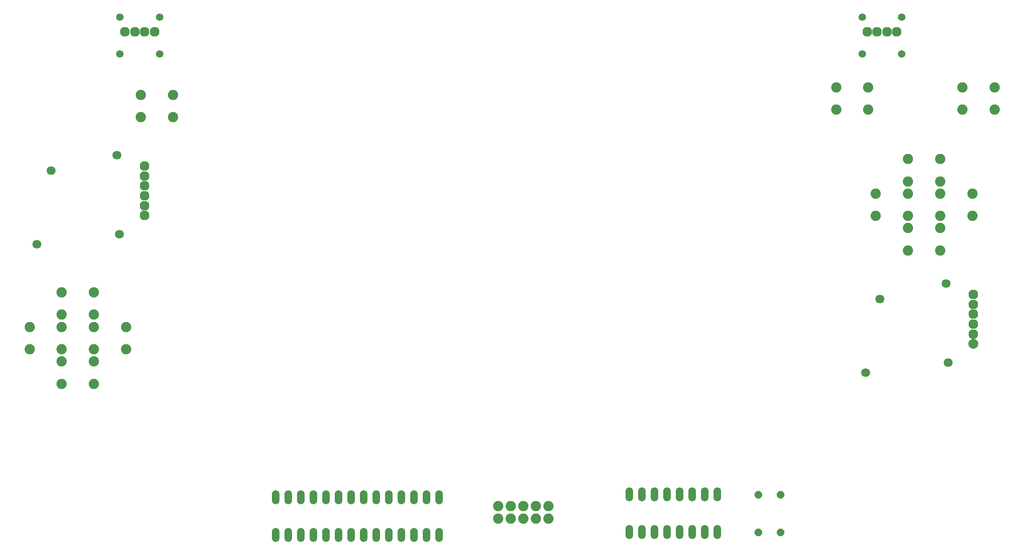
<source format=gts>
G04 #@! TF.GenerationSoftware,KiCad,Pcbnew,8.0.8*
G04 #@! TF.CreationDate,2025-02-09T13:36:47-06:00*
G04 #@! TF.ProjectId,gamepad,67616d65-7061-4642-9e6b-696361645f70,3*
G04 #@! TF.SameCoordinates,Original*
G04 #@! TF.FileFunction,Soldermask,Top*
G04 #@! TF.FilePolarity,Negative*
%FSLAX46Y46*%
G04 Gerber Fmt 4.6, Leading zero omitted, Abs format (unit mm)*
G04 Created by KiCad (PCBNEW 8.0.8) date 2025-02-09 13:36:47*
%MOMM*%
%LPD*%
G01*
G04 APERTURE LIST*
G04 Aperture macros list*
%AMFreePoly0*
4,1,25,0.333266,0.742596,0.345389,0.732242,0.732242,0.345389,0.760749,0.289441,0.762000,0.273547,0.762000,-0.273547,0.742596,-0.333266,0.732242,-0.345389,0.345389,-0.732242,0.289441,-0.760749,0.273547,-0.762000,-0.273547,-0.762000,-0.333266,-0.742596,-0.345389,-0.732242,-0.732242,-0.345389,-0.760749,-0.289441,-0.762000,-0.273547,-0.762000,0.273547,-0.742596,0.333266,-0.732242,0.345389,
-0.345389,0.732242,-0.289441,0.760749,-0.273547,0.762000,0.273547,0.762000,0.333266,0.742596,0.333266,0.742596,$1*%
G04 Aperture macros list end*
%ADD10C,2.082800*%
%ADD11C,2.003200*%
%ADD12C,1.960000*%
%ADD13C,1.800000*%
%ADD14O,1.524000X2.844800*%
%ADD15FreePoly0,270.000000*%
%ADD16C,1.500000*%
G04 APERTURE END LIST*
D10*
X215248800Y-64239400D03*
X221751200Y-64239400D03*
X215248800Y-68760600D03*
X221751200Y-68760600D03*
X74748800Y-65739400D03*
X81251200Y-65739400D03*
X74748800Y-70260600D03*
X81251200Y-70260600D03*
X240748800Y-64239400D03*
X247251200Y-64239400D03*
X240748800Y-68760600D03*
X247251200Y-68760600D03*
X229748800Y-78739400D03*
X236251200Y-78739400D03*
X229748800Y-83260600D03*
X236251200Y-83260600D03*
X65251200Y-110260600D03*
X58748800Y-110260600D03*
X65251200Y-105739400D03*
X58748800Y-105739400D03*
X223248800Y-85739400D03*
X229751200Y-85739400D03*
X223248800Y-90260600D03*
X229751200Y-90260600D03*
X65251200Y-124260600D03*
X58748800Y-124260600D03*
X65251200Y-119739400D03*
X58748800Y-119739400D03*
X229748800Y-92739400D03*
X236251200Y-92739400D03*
X229748800Y-97260600D03*
X236251200Y-97260600D03*
D11*
X242975000Y-116175000D03*
D12*
X242975000Y-110175000D03*
X242975000Y-114175000D03*
X242975000Y-108175000D03*
X242975000Y-112175000D03*
X242975000Y-106175000D03*
D13*
X237875000Y-119975000D03*
X237425000Y-103925000D03*
X224075000Y-107075000D03*
X221225000Y-121975000D03*
D10*
X58751200Y-117260600D03*
X52248800Y-117260600D03*
X58751200Y-112739400D03*
X52248800Y-112739400D03*
X236248800Y-85739400D03*
X242751200Y-85739400D03*
X236248800Y-90260600D03*
X242751200Y-90260600D03*
D14*
X101990000Y-147190000D03*
X104530000Y-147190000D03*
X107070000Y-147190000D03*
X109610000Y-147190000D03*
X112150000Y-147190000D03*
X114690000Y-147190000D03*
X117230000Y-147190000D03*
X119770000Y-147190000D03*
X122310000Y-147190000D03*
X124850000Y-147190000D03*
X127390000Y-147190000D03*
X129930000Y-147190000D03*
X132470000Y-147190000D03*
X135010000Y-147190000D03*
X135010000Y-154810000D03*
X132470000Y-154810000D03*
X129930000Y-154810000D03*
X127390000Y-154810000D03*
X124850000Y-154810000D03*
X122310000Y-154810000D03*
X119770000Y-154810000D03*
X117230000Y-154810000D03*
X114690000Y-154810000D03*
X112150000Y-154810000D03*
X109610000Y-154810000D03*
X107070000Y-154810000D03*
X104530000Y-154810000D03*
X101990000Y-154810000D03*
D10*
X71751200Y-117260600D03*
X65248800Y-117260600D03*
X71751200Y-112739400D03*
X65248800Y-112739400D03*
D13*
X53725000Y-95975000D03*
X56575000Y-81075000D03*
X69925000Y-77925000D03*
X70375000Y-93975000D03*
D12*
X75475000Y-80175000D03*
X75475000Y-86175000D03*
X75475000Y-82175000D03*
X75475000Y-88175000D03*
X75475000Y-84175000D03*
X75475000Y-90175000D03*
D14*
X173481100Y-154243600D03*
X176021100Y-154243600D03*
X178561100Y-154243600D03*
X181101100Y-154243600D03*
X183641100Y-154243600D03*
X186181100Y-154243600D03*
X188721100Y-154243600D03*
X191261100Y-154243600D03*
X191261100Y-146623600D03*
X188721100Y-146623600D03*
X186181100Y-146623600D03*
X183641100Y-146623600D03*
X181101100Y-146623600D03*
X178561100Y-146623600D03*
X176021100Y-146623600D03*
X173481100Y-146623600D03*
D10*
X146920000Y-149026800D03*
X146920000Y-151566800D03*
X149460000Y-149026800D03*
X149460000Y-151566800D03*
X152000000Y-149026800D03*
X152000000Y-151566800D03*
X154540000Y-149026800D03*
X154540000Y-151566800D03*
X157080000Y-149026800D03*
X157080000Y-151566800D03*
D15*
X199500000Y-146690000D03*
X199500000Y-154310000D03*
D16*
X220500000Y-50000000D03*
X220500000Y-57500000D03*
X228500000Y-50000000D03*
X228500000Y-57500000D03*
D12*
X221500000Y-53000000D03*
X223500000Y-53000000D03*
X227500000Y-53000000D03*
X225500000Y-53000000D03*
D15*
X204000000Y-146690000D03*
X204000000Y-154310000D03*
D16*
X70500000Y-50000000D03*
X70500000Y-57500000D03*
X78500000Y-50000000D03*
X78500000Y-57500000D03*
D12*
X71500000Y-53000000D03*
X73500000Y-53000000D03*
X77500000Y-53000000D03*
X75500000Y-53000000D03*
M02*

</source>
